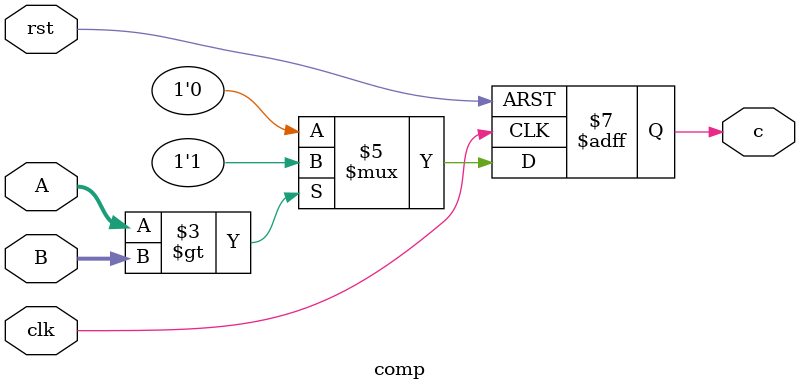
<source format=v>
module comp(clk, A, B, rst, c);
input clk, rst;
input [11:0]A;
input [11:0]B;
output reg c;


always @(posedge clk or negedge rst)
begin
	if(!rst)
		c <= 0;
	else if(A > B)
		c <= 1;
	else
		c <= 0;
end

endmodule
</source>
